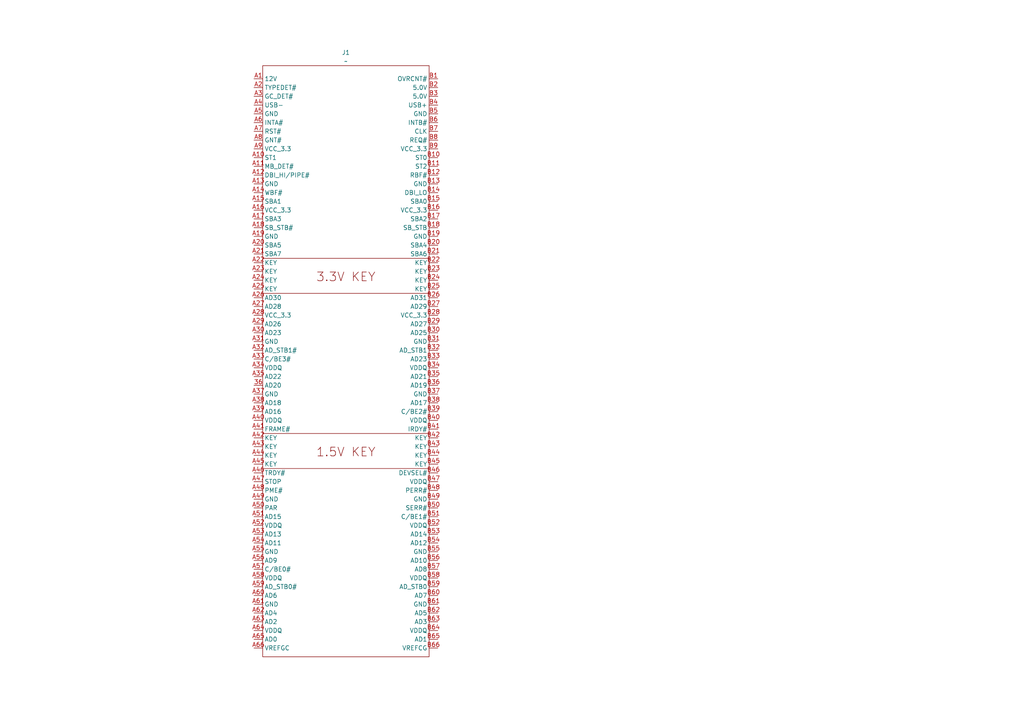
<source format=kicad_sch>
(kicad_sch (version 20250114) (generator "eeschema") (generator_version "9.0")
  (paper "A4")
  (lib_symbols
    (symbol "agp-edge:_1"
      (property "Reference" "J" (at 0 0 0))
      (symbol "_1_0_1"
        (polyline (pts (xy -24.13 82.55) (xy 24.13 82.55)))
        (polyline (pts (xy -24.13 26.67) (xy 24.13 26.67) (xy 24.13 16.51) (xy -24.13 16.51)))
        (polyline (pts (xy -24.13 -24.13) (xy 24.13 -24.13)))
        (polyline (pts (xy -24.13 -88.9) (xy -24.13 82.55)))
        (polyline (pts (xy 24.13 82.55) (xy 24.13 -88.9) (xy -24.13 -88.9)))
        (polyline (pts (xy 24.13 -34.29) (xy -24.13 -34.29)))
      )
      (symbol "_1_1_1"
        (text "3.3V KEY" (at 0 21.336 0) (effects (font (size 2.54 2.54))))
        (text "1.5V KEY" (at 0 -29.464 0) (effects (font (size 2.54 2.54))))
        (pin input line (at -26.67 78.74 0) (length 2.54) (name "12V") (number "A1"))
        (pin input line (at -26.67 76.2 0) (length 2.54) (name "TYPEDET#") (number "A2"))
        (pin input line (at -26.67 73.66 0) (length 2.54) (name "GC_DET#") (number "A3"))
        (pin input line (at -26.67 71.12 0) (length 2.54) (name "USB-") (number "A4"))
        (pin input line (at -26.67 68.58 0) (length 2.54) (name "GND") (number "A5"))
        (pin input line (at -26.67 66.04 0) (length 2.54) (name "INTA#") (number "A6"))
        (pin input line (at -26.67 63.5 0) (length 2.54) (name "RST#") (number "A7"))
        (pin input line (at -26.67 60.96 0) (length 2.54) (name "GNT#") (number "A8"))
        (pin input line (at -26.67 58.42 0) (length 2.54) (name "VCC_3.3") (number "A9"))
        (pin input line (at -26.67 55.88 0) (length 2.54) (name "ST1") (number "A10"))
        (pin input line (at -26.67 53.34 0) (length 2.54) (name "MB_DET#") (number "A11"))
        (pin input line (at -26.67 50.8 0) (length 2.54) (name "DBI_HI/PIPE#") (number "A12"))
        (pin input line (at -26.67 48.26 0) (length 2.54) (name "GND") (number "A13"))
        (pin input line (at -26.67 45.72 0) (length 2.54) (name "WBF#") (number "A14"))
        (pin input line (at -26.67 43.18 0) (length 2.54) (name "SBA1") (number "A15"))
        (pin input line (at -26.67 40.64 0) (length 2.54) (name "VCC_3.3") (number "A16"))
        (pin input line (at -26.67 38.1 0) (length 2.54) (name "SBA3") (number "A17"))
        (pin input line (at -26.67 35.56 0) (length 2.54) (name "SB_STB#") (number "A18"))
        (pin input line (at -26.67 33.02 0) (length 2.54) (name "GND") (number "A19"))
        (pin input line (at -26.67 30.48 0) (length 2.54) (name "SBA5") (number "A20"))
        (pin input line (at -26.67 27.94 0) (length 2.54) (name "SBA7") (number "A21"))
        (pin input line (at -26.67 25.4 0) (length 2.54) (name "KEY") (number "A22"))
        (pin input line (at -26.67 22.86 0) (length 2.54) (name "KEY") (number "A23"))
        (pin input line (at -26.67 20.32 0) (length 2.54) (name "KEY") (number "A24"))
        (pin input line (at -26.67 17.78 0) (length 2.54) (name "KEY") (number "A25"))
        (pin input line (at -26.67 15.24 0) (length 2.54) (name "AD30") (number "A26"))
        (pin input line (at -26.67 12.7 0) (length 2.54) (name "AD28") (number "A27"))
        (pin input line (at -26.67 10.16 0) (length 2.54) (name "VCC_3.3") (number "A28"))
        (pin input line (at -26.67 7.62 0) (length 2.54) (name "AD26") (number "A29"))
        (pin input line (at -26.67 5.08 0) (length 2.54) (name "AD23") (number "A30"))
        (pin input line (at -26.67 2.54 0) (length 2.54) (name "GND") (number "A31"))
        (pin input line (at -26.67 0 0) (length 2.54) (name "AD_STB1#") (number "A32"))
        (pin input line (at -26.67 -2.54 0) (length 2.54) (name "C/BE3#") (number "A33"))
        (pin input line (at -26.67 -5.08 0) (length 2.54) (name "VDDQ") (number "A34"))
        (pin input line (at -26.67 -7.62 0) (length 2.54) (name "AD22") (number "A35"))
        (pin input line (at -26.67 -10.16 0) (length 2.54) (name "AD20") (number "36"))
        (pin input line (at -26.67 -12.7 0) (length 2.54) (name "GND") (number "A37"))
        (pin input line (at -26.67 -15.24 0) (length 2.54) (name "AD18") (number "A38"))
        (pin input line (at -26.67 -17.78 0) (length 2.54) (name "AD16") (number "A39"))
        (pin input line (at -26.67 -20.32 0) (length 2.54) (name "VDDQ") (number "A40"))
        (pin input line (at -26.67 -22.86 0) (length 2.54) (name "FRAME#") (number "A41"))
        (pin input line (at -26.67 -25.4 0) (length 2.54) (name "KEY") (number "A42"))
        (pin input line (at -26.67 -27.94 0) (length 2.54) (name "KEY") (number "A43"))
        (pin input line (at -26.67 -30.48 0) (length 2.54) (name "KEY") (number "A44"))
        (pin input line (at -26.67 -33.02 0) (length 2.54) (name "KEY") (number "A45"))
        (pin input line (at -26.67 -35.56 0) (length 2.54) (name "TRDY#") (number "A46"))
        (pin input line (at -26.67 -38.1 0) (length 2.54) (name "STOP") (number "A47"))
        (pin input line (at -26.67 -40.64 0) (length 2.54) (name "PME#") (number "A48"))
        (pin input line (at -26.67 -43.18 0) (length 2.54) (name "GND") (number "A49"))
        (pin input line (at -26.67 -45.72 0) (length 2.54) (name "PAR") (number "A50"))
        (pin input line (at -26.67 -48.26 0) (length 2.54) (name "AD15") (number "A51"))
        (pin input line (at -26.67 -50.8 0) (length 2.54) (name "VDDQ") (number "A52"))
        (pin input line (at -26.67 -53.34 0) (length 2.54) (name "AD13") (number "A53"))
        (pin input line (at -26.67 -55.88 0) (length 2.54) (name "AD11") (number "A54"))
        (pin input line (at -26.67 -58.42 0) (length 2.54) (name "GND") (number "A55"))
        (pin input line (at -26.67 -60.96 0) (length 2.54) (name "AD9") (number "A56"))
        (pin input line (at -26.67 -63.5 0) (length 2.54) (name "C/BE0#") (number "A57"))
        (pin input line (at -26.67 -66.04 0) (length 2.54) (name "VDDQ") (number "A58"))
        (pin input line (at -26.67 -68.58 0) (length 2.54) (name "AD_STB0#") (number "A59"))
        (pin input line (at -26.67 -71.12 0) (length 2.54) (name "AD6") (number "A60"))
        (pin input line (at -26.67 -73.66 0) (length 2.54) (name "GND") (number "A61"))
        (pin input line (at -26.67 -76.2 0) (length 2.54) (name "AD4") (number "A62"))
        (pin input line (at -26.67 -78.74 0) (length 2.54) (name "AD2") (number "A63"))
        (pin input line (at -26.67 -81.28 0) (length 2.54) (name "VDDQ") (number "A64"))
        (pin input line (at -26.67 -83.82 0) (length 2.54) (name "AD0") (number "A65"))
        (pin input line (at -26.67 -86.36 0) (length 2.54) (name "VREFGC") (number "A66"))
        (pin input line (at 26.67 78.74 180) (length 2.54) (name "OVRCNT#") (number "B1"))
        (pin input line (at 26.67 76.2 180) (length 2.54) (name "5.0V") (number "B2"))
        (pin input line (at 26.67 73.66 180) (length 2.54) (name "5.0V") (number "B3"))
        (pin input line (at 26.67 71.12 180) (length 2.54) (name "USB+") (number "B4"))
        (pin input line (at 26.67 68.58 180) (length 2.54) (name "GND") (number "B5"))
        (pin input line (at 26.67 66.04 180) (length 2.54) (name "INTB#") (number "B6"))
        (pin input line (at 26.67 63.5 180) (length 2.54) (name "CLK") (number "B7"))
        (pin input line (at 26.67 60.96 180) (length 2.54) (name "REQ#") (number "B8"))
        (pin input line (at 26.67 58.42 180) (length 2.54) (name "VCC_3.3") (number "B9"))
        (pin input line (at 26.67 55.88 180) (length 2.54) (name "ST0") (number "B10"))
        (pin input line (at 26.67 53.34 180) (length 2.54) (name "ST2") (number "B11"))
        (pin input line (at 26.67 50.8 180) (length 2.54) (name "RBF#") (number "B12"))
        (pin input line (at 26.67 48.26 180) (length 2.54) (name "GND") (number "B13"))
        (pin input line (at 26.67 45.72 180) (length 2.54) (name "DBI_LO") (number "B14"))
        (pin input line (at 26.67 43.18 180) (length 2.54) (name "SBA0") (number "B15"))
        (pin input line (at 26.67 40.64 180) (length 2.54) (name "VCC_3.3") (number "B16"))
        (pin input line (at 26.67 38.1 180) (length 2.54) (name "SBA2") (number "B17"))
        (pin input line (at 26.67 35.56 180) (length 2.54) (name "SB_STB") (number "B18"))
        (pin input line (at 26.67 33.02 180) (length 2.54) (name "GND") (number "B19"))
        (pin input line (at 26.67 30.48 180) (length 2.54) (name "SBA4") (number "B20"))
        (pin input line (at 26.67 27.94 180) (length 2.54) (name "SBA6") (number "B21"))
        (pin input line (at 26.67 25.4 180) (length 2.54) (name "KEY") (number "B22"))
        (pin input line (at 26.67 22.86 180) (length 2.54) (name "KEY") (number "B23"))
        (pin input line (at 26.67 20.32 180) (length 2.54) (name "KEY") (number "B24"))
        (pin input line (at 26.67 17.78 180) (length 2.54) (name "KEY") (number "B25"))
        (pin input line (at 26.67 15.24 180) (length 2.54) (name "AD31") (number "B26"))
        (pin input line (at 26.67 12.7 180) (length 2.54) (name "AD29") (number "B27"))
        (pin input line (at 26.67 10.16 180) (length 2.54) (name "VCC_3.3") (number "B28"))
        (pin input line (at 26.67 7.62 180) (length 2.54) (name "AD27") (number "B29"))
        (pin input line (at 26.67 5.08 180) (length 2.54) (name "AD25") (number "B30"))
        (pin input line (at 26.67 2.54 180) (length 2.54) (name "GND") (number "B31"))
        (pin input line (at 26.67 0 180) (length 2.54) (name "AD_STB1") (number "B32"))
        (pin input line (at 26.67 -2.54 180) (length 2.54) (name "AD23") (number "B33"))
        (pin input line (at 26.67 -5.08 180) (length 2.54) (name "VDDQ") (number "B34"))
        (pin input line (at 26.67 -7.62 180) (length 2.54) (name "AD21") (number "B35"))
        (pin input line (at 26.67 -10.16 180) (length 2.54) (name "AD19") (number "B36"))
        (pin input line (at 26.67 -12.7 180) (length 2.54) (name "GND") (number "B37"))
        (pin input line (at 26.67 -15.24 180) (length 2.54) (name "AD17") (number "B38"))
        (pin input line (at 26.67 -17.78 180) (length 2.54) (name "C/BE2#") (number "B39"))
        (pin input line (at 26.67 -20.32 180) (length 2.54) (name "VDDQ") (number "B40"))
        (pin input line (at 26.67 -22.86 180) (length 2.54) (name "IRDY#") (number "B41"))
        (pin input line (at 26.67 -25.4 180) (length 2.54) (name "KEY") (number "B42"))
        (pin input line (at 26.67 -27.94 180) (length 2.54) (name "KEY") (number "B43"))
        (pin input line (at 26.67 -30.48 180) (length 2.54) (name "KEY") (number "B44"))
        (pin input line (at 26.67 -33.02 180) (length 2.54) (name "KEY") (number "B45"))
        (pin input line (at 26.67 -35.56 180) (length 2.54) (name "DEVSEL#") (number "B46"))
        (pin input line (at 26.67 -38.1 180) (length 2.54) (name "VDDQ") (number "B47"))
        (pin input line (at 26.67 -40.64 180) (length 2.54) (name "PERR#") (number "B48"))
        (pin input line (at 26.67 -43.18 180) (length 2.54) (name "GND") (number "B49"))
        (pin input line (at 26.67 -45.72 180) (length 2.54) (name "SERR#") (number "B50"))
        (pin input line (at 26.67 -48.26 180) (length 2.54) (name "C/BE1#") (number "B51"))
        (pin input line (at 26.67 -50.8 180) (length 2.54) (name "VDDQ") (number "B52"))
        (pin input line (at 26.67 -53.34 180) (length 2.54) (name "AD14") (number "B53"))
        (pin input line (at 26.67 -55.88 180) (length 2.54) (name "AD12") (number "B54"))
        (pin input line (at 26.67 -58.42 180) (length 2.54) (name "GND") (number "B55"))
        (pin input line (at 26.67 -60.96 180) (length 2.54) (name "AD10") (number "B56"))
        (pin input line (at 26.67 -63.5 180) (length 2.54) (name "AD8") (number "B57"))
        (pin input line (at 26.67 -66.04 180) (length 2.54) (name "VDDQ") (number "B58"))
        (pin input line (at 26.67 -68.58 180) (length 2.54) (name "AD_STB0") (number "B59"))
        (pin input line (at 26.67 -71.12 180) (length 2.54) (name "AD7") (number "B60"))
        (pin input line (at 26.67 -73.66 180) (length 2.54) (name "GND") (number "B61"))
        (pin input line (at 26.67 -76.2 180) (length 2.54) (name "AD5") (number "B62"))
        (pin input line (at 26.67 -78.74 180) (length 2.54) (name "AD3") (number "B63"))
        (pin input line (at 26.67 -81.28 180) (length 2.54) (name "VDDQ") (number "B64"))
        (pin input line (at 26.67 -83.82 180) (length 2.54) (name "AD1") (number "B65"))
        (pin input line (at 26.67 -86.36 180) (length 2.54) (name "VREFCG") (number "B66"))
      )
    )
  )
  (symbol (lib_id "agp-edge:_1") (at 100.33 101.6 0) (unit 1)
    (property "Reference" "J1" (at 100.33 15.24 0))
    (property "Value" "~" (at 100.33 17.78 0))
  )
)
</source>
